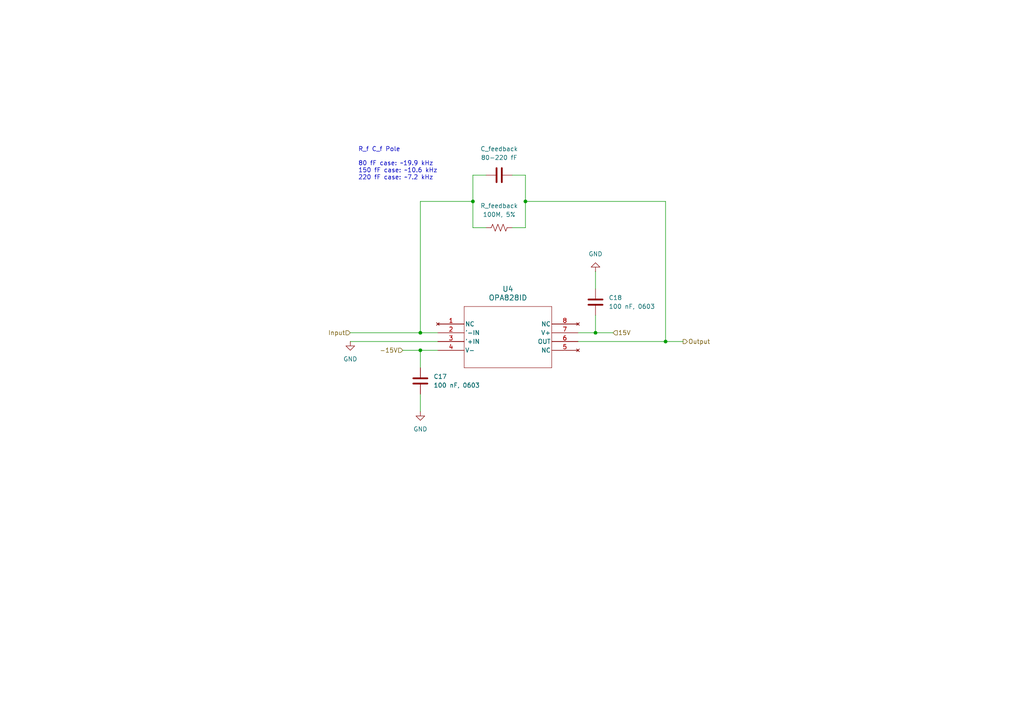
<source format=kicad_sch>
(kicad_sch (version 20250114) (generator "eeschema") (generator_version "9.0")
  (paper "A4")
  (lib_symbols
    (symbol "Device:C" (pin_numbers (hide yes)) (pin_names (offset 0.254))
      (property "Reference" "C" (at 0.635 2.54 0))
      (property "Value" "C" (at 0.635 -2.54 0))
      (symbol "C_0_1"
        (polyline (pts (xy -2.032 0.762) (xy 2.032 0.762)) (stroke (width 0.508)))
        (polyline (pts (xy -2.032 -0.762) (xy 2.032 -0.762)) (stroke (width 0.508)))
      )
      (symbol "C_1_1"
        (pin passive line (at 0 3.81 270) (length 2.794) (name "~") (number "1"))
        (pin passive line (at 0 -3.81 90) (length 2.794) (name "~") (number "2"))
      )
    )
    (symbol "Device:R_US" (pin_numbers (hide yes)) (pin_names (offset 0))
      (property "Reference" "R" (at 2.54 0 90))
      (property "Value" "R_US" (at -2.54 0 90))
      (symbol "R_US_0_1"
        (polyline (pts (xy 0 2.286) (xy 0 2.54)))
        (polyline (pts (xy 0 2.286) (xy 1.016 1.905) (xy 0 1.524) (xy -1.016 1.143) (xy 0 0.762)))
        (polyline (pts (xy 0 0.762) (xy 1.016 0.381) (xy 0 0) (xy -1.016 -0.381) (xy 0 -0.762)))
        (polyline (pts (xy 0 -0.762) (xy 1.016 -1.143) (xy 0 -1.524) (xy -1.016 -1.905) (xy 0 -2.286)))
        (polyline (pts (xy 0 -2.286) (xy 0 -2.54)))
      )
      (symbol "R_US_1_1"
        (pin passive line (at 0 3.81 270) (length 1.27) (name "~") (number "1"))
        (pin passive line (at 0 -3.81 90) (length 1.27) (name "~") (number "2"))
      )
    )
    (symbol "OPA828:OPA828ID" (pin_names (offset 0.254))
      (property "Reference" "U" (at 20.32 10.16 0))
      (property "Value" "OPA828ID" (at 20.32 7.62 0))
      (symbol "OPA828ID_0_1"
        (polyline (pts (xy 7.62 5.08) (xy 7.62 -12.7)) (stroke (width 0.127)))
        (polyline (pts (xy 7.62 -12.7) (xy 33.02 -12.7)) (stroke (width 0.127)))
        (polyline (pts (xy 33.02 5.08) (xy 7.62 5.08)) (stroke (width 0.127)))
        (polyline (pts (xy 33.02 -12.7) (xy 33.02 5.08)) (stroke (width 0.127)))
        (pin no_connect line (at 0 0 0) (length 7.62) (name "NC") (number "1"))
        (pin input line (at 0 -2.54 0) (length 7.62) (name "'-IN") (number "2"))
        (pin input line (at 0 -5.08 0) (length 7.62) (name "'+IN") (number "3"))
        (pin power_in line (at 0 -7.62 0) (length 7.62) (name "V-") (number "4"))
        (pin no_connect line (at 40.64 0 180) (length 7.62) (name "NC") (number "8"))
        (pin input line (at 40.64 -2.54 180) (length 7.62) (name "V+") (number "7"))
        (pin output line (at 40.64 -5.08 180) (length 7.62) (name "OUT") (number "6"))
        (pin no_connect line (at 40.64 -7.62 180) (length 7.62) (name "NC") (number "5"))
      )
    )
    (symbol "power:GND" (power) (pin_numbers (hide yes)) (pin_names (offset 0) (hide yes))
      (property "Value" "GND" (at 0 -3.81 0))
      (symbol "GND_0_1"
        (polyline (pts (xy 0 0) (xy 0 -1.27) (xy 1.27 -1.27) (xy 0 -2.54) (xy -1.27 -1.27) (xy 0 -1.27)))
      )
      (symbol "GND_1_1"
        (pin power_in line (at 0 0 270) (length 0) (name "~") (number "1"))
      )
    )
  )
  (text "R_f C_f Pole\n\n80 fF case: ~19.9 kHz\n150 fF case: ~10.6 kHz\n220 fF case: ~7.2 kHz" (at 103.886 42.672 0) (effects (font (size 1.27 1.27)) (justify left top)))
  (junction (at 152.4 58.42))
  (junction (at 172.72 96.52))
  (junction (at 193.04 99.06))
  (junction (at 121.92 101.6))
  (junction (at 137.16 58.42))
  (junction (at 121.92 96.52))
  (wire (pts (xy 127 99.06) (xy 101.6 99.06)))
  (wire (pts (xy 172.72 78.74) (xy 172.72 83.82)))
  (wire (pts (xy 121.92 101.6) (xy 121.92 106.68)))
  (wire (pts (xy 167.64 96.52) (xy 172.72 96.52)))
  (wire (pts (xy 172.72 91.44) (xy 172.72 96.52)))
  (wire (pts (xy 152.4 50.8) (xy 152.4 58.42)))
  (wire (pts (xy 172.72 96.52) (xy 177.8 96.52)))
  (wire (pts (xy 193.04 58.42) (xy 193.04 99.06)))
  (wire (pts (xy 121.92 96.52) (xy 121.92 58.42)))
  (wire (pts (xy 101.6 96.52) (xy 121.92 96.52)))
  (wire (pts (xy 121.92 58.42) (xy 137.16 58.42)))
  (wire (pts (xy 127 101.6) (xy 121.92 101.6)))
  (wire (pts (xy 137.16 50.8) (xy 137.16 58.42)))
  (wire (pts (xy 152.4 58.42) (xy 193.04 58.42)))
  (wire (pts (xy 121.92 114.3) (xy 121.92 119.38)))
  (wire (pts (xy 116.84 101.6) (xy 121.92 101.6)))
  (wire (pts (xy 193.04 99.06) (xy 198.12 99.06)))
  (wire (pts (xy 152.4 58.42) (xy 152.4 66.04)))
  (wire (pts (xy 140.97 66.04) (xy 137.16 66.04)))
  (wire (pts (xy 148.59 66.04) (xy 152.4 66.04)))
  (wire (pts (xy 137.16 50.8) (xy 140.97 50.8)))
  (wire (pts (xy 148.59 50.8) (xy 152.4 50.8)))
  (wire (pts (xy 121.92 96.52) (xy 127 96.52)))
  (wire (pts (xy 167.64 99.06) (xy 193.04 99.06)))
  (wire (pts (xy 137.16 58.42) (xy 137.16 66.04)))
  (hierarchical_label "Input" (shape input) (at 101.6 96.52 180))
  (hierarchical_label "15V" (shape input) (at 177.8 96.52 0))
  (hierarchical_label "-15V" (shape input) (at 116.84 101.6 180))
  (hierarchical_label "Output" (shape output) (at 198.12 99.06 0))
  (symbol (lib_id "OPA828:OPA828ID") (at 127 93.98 0) (unit 1)
    (property "Reference" "U4" (at 147.32 83.82 0) (effects (font (size 1.524 1.524))))
    (property "Value" "OPA828ID" (at 147.32 86.36 0) (effects (font (size 1.524 1.524))))
    (property "Footprint" "D8_TEX" (effects (hide yes)))
    (property "Datasheet" "https://www.ti.com/lit/gpn/opa828" (effects (hide yes)))
    (property "Purchase Link" "https://www.digikey.com/en/products/detail/texas-instruments/OPA828IDR/10820196" (effects (hide yes)))
  )
  (symbol (lib_id "power:GND") (at 121.92 119.38 0) (unit 1)
    (property "Reference" "#PWR023" (effects (hide yes)))
    (property "Value" "GND" (at 121.92 124.46 0))
    (property "Description" "Power symbol creates a global label with name \"GND\" , ground" (effects (hide yes)))
  )
  (symbol (lib_id "Device:C") (at 144.78 50.8 90) (unit 1) (in_bom no) (on_board no)
    (property "Reference" "C_feedback" (at 144.78 43.18 90))
    (property "Value" "80-220 fF" (at 144.78 45.72 90))
    (property "Description" "Unpolarized capacitor" (effects (hide yes)))
  )
  (symbol (lib_id "Device:R_US") (at 144.78 66.04 90) (unit 1)
    (property "Reference" "R_feedback" (at 144.78 59.69 90))
    (property "Value" "100M, 5%" (at 144.78 62.23 90))
    (property "Description" "Resistor, US symbol" (effects (hide yes)))
    (property "Purchase Link" "https://www.digikey.com/en/products/detail/vishay-dale/CRCW0805100MJPEAHR/3232302" (effects (hide yes)))
  )
  (symbol (lib_id "power:GND") (at 172.72 78.74 180) (unit 1)
    (property "Reference" "#PWR03" (effects (hide yes)))
    (property "Value" "GND" (at 172.72 73.66 0))
    (property "Description" "Power symbol creates a global label with name \"GND\" , ground" (effects (hide yes)))
  )
  (symbol (lib_id "power:GND") (at 101.6 99.06 0) (unit 1)
    (property "Reference" "#PWR024" (effects (hide yes)))
    (property "Value" "GND" (at 101.6 104.14 0))
    (property "Description" "Power symbol creates a global label with name \"GND\" , ground" (effects (hide yes)))
  )
  (symbol (lib_id "Device:C") (at 172.72 87.63 0) (unit 1)
    (property "Reference" "C18" (at 176.53 86.3599 0) (effects (justify left)))
    (property "Value" "100 nF, 0603" (at 176.53 88.8999 0) (effects (justify left)))
    (property "Description" "Unpolarized capacitor" (effects (hide yes)))
    (property "Purchase Link" "https://www.digikey.com/en/products/detail/murata-electronics/GRM188R72A104KA35D/702549" (effects (hide yes)))
  )
  (symbol (lib_id "Device:C") (at 121.92 110.49 0) (unit 1)
    (property "Reference" "C17" (at 125.73 109.2199 0) (effects (justify left)))
    (property "Value" "100 nF, 0603" (at 125.73 111.7599 0) (effects (justify left)))
    (property "Description" "Unpolarized capacitor" (effects (hide yes)))
    (property "Purchase Link" "https://www.digikey.com/en/products/detail/murata-electronics/GRM188R72A104KA35D/702549" (effects (hide yes)))
  )
)
</source>
